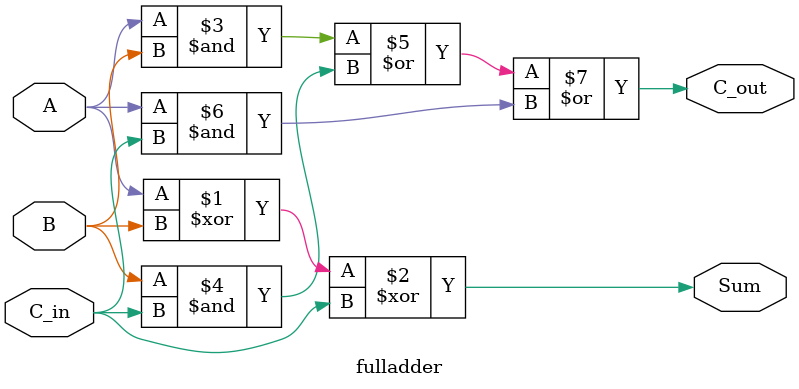
<source format=v>
`timescale 1ns / 1ps


module fulladder(
    input A,
    input B,
    input C_in,
    output Sum,
    output C_out
);

    assign Sum = A ^ B ^ C_in;  
    assign C_out = (A & B) | (B & C_in) | (A & C_in);

endmodule

</source>
